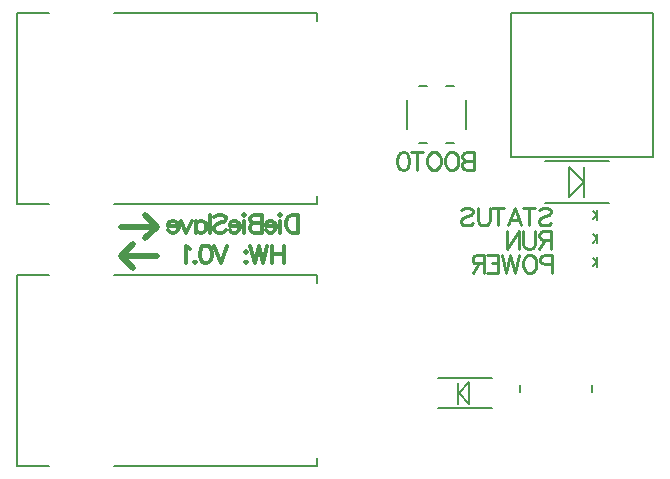
<source format=gbo>
G04 Layer_Color=32896*
%FSLAX44Y44*%
%MOMM*%
G71*
G01*
G75*
%ADD47C,0.3000*%
%ADD49C,0.2000*%
%ADD50C,0.2500*%
%ADD55C,0.5000*%
D47*
X208000Y-6003D02*
Y-21000D01*
X198002Y-6003D02*
Y-21000D01*
X208000Y-13145D02*
X198002D01*
X193860Y-6003D02*
X190289Y-21000D01*
X186719Y-6003D02*
X190289Y-21000D01*
X186719Y-6003D02*
X183148Y-21000D01*
X179578Y-6003D02*
X183148Y-21000D01*
X175864Y-11002D02*
X176578Y-11716D01*
X175864Y-12430D01*
X175150Y-11716D01*
X175864Y-11002D01*
Y-19572D02*
X176578Y-20286D01*
X175864Y-21000D01*
X175150Y-20286D01*
X175864Y-19572D01*
X160082Y-6003D02*
X154369Y-21000D01*
X148656Y-6003D02*
X154369Y-21000D01*
X142443Y-6003D02*
X144585Y-6717D01*
X146013Y-8860D01*
X146727Y-12430D01*
Y-14573D01*
X146013Y-18144D01*
X144585Y-20286D01*
X142443Y-21000D01*
X141014D01*
X138872Y-20286D01*
X137444Y-18144D01*
X136730Y-14573D01*
Y-12430D01*
X137444Y-8860D01*
X138872Y-6717D01*
X141014Y-6003D01*
X142443D01*
X132659Y-19572D02*
X133373Y-20286D01*
X132659Y-21000D01*
X131945Y-20286D01*
X132659Y-19572D01*
X128660Y-8860D02*
X127232Y-8146D01*
X125089Y-6003D01*
Y-21000D01*
X220000Y19997D02*
Y5000D01*
Y19997D02*
X215001D01*
X212859Y19283D01*
X211430Y17854D01*
X210716Y16426D01*
X210002Y14284D01*
Y10713D01*
X210716Y8571D01*
X211430Y7142D01*
X212859Y5714D01*
X215001Y5000D01*
X220000D01*
X205217Y19997D02*
X204503Y19283D01*
X203789Y19997D01*
X204503Y20711D01*
X205217Y19997D01*
X204503Y14998D02*
Y5000D01*
X201147Y10713D02*
X192577D01*
Y12141D01*
X193291Y13570D01*
X194006Y14284D01*
X195434Y14998D01*
X197576D01*
X199004Y14284D01*
X200433Y12855D01*
X201147Y10713D01*
Y9285D01*
X200433Y7142D01*
X199004Y5714D01*
X197576Y5000D01*
X195434D01*
X194006Y5714D01*
X192577Y7142D01*
X189364Y19997D02*
Y5000D01*
Y19997D02*
X182936D01*
X180794Y19283D01*
X180080Y18569D01*
X179366Y17140D01*
Y15712D01*
X180080Y14284D01*
X180794Y13570D01*
X182936Y12855D01*
X189364D02*
X182936D01*
X180794Y12141D01*
X180080Y11427D01*
X179366Y9999D01*
Y7857D01*
X180080Y6428D01*
X180794Y5714D01*
X182936Y5000D01*
X189364D01*
X174581Y19997D02*
X173867Y19283D01*
X173153Y19997D01*
X173867Y20711D01*
X174581Y19997D01*
X173867Y14998D02*
Y5000D01*
X170511Y10713D02*
X161941D01*
Y12141D01*
X162655Y13570D01*
X163369Y14284D01*
X164797Y14998D01*
X166940D01*
X168368Y14284D01*
X169797Y12855D01*
X170511Y10713D01*
Y9285D01*
X169797Y7142D01*
X168368Y5714D01*
X166940Y5000D01*
X164797D01*
X163369Y5714D01*
X161941Y7142D01*
X148730Y17854D02*
X150158Y19283D01*
X152300Y19997D01*
X155157D01*
X157299Y19283D01*
X158727Y17854D01*
Y16426D01*
X158013Y14998D01*
X157299Y14284D01*
X155871Y13570D01*
X151586Y12141D01*
X150158Y11427D01*
X149444Y10713D01*
X148730Y9285D01*
Y7142D01*
X150158Y5714D01*
X152300Y5000D01*
X155157D01*
X157299Y5714D01*
X158727Y7142D01*
X145373Y19997D02*
Y5000D01*
X133661Y14998D02*
Y5000D01*
Y12855D02*
X135090Y14284D01*
X136518Y14998D01*
X138660D01*
X140089Y14284D01*
X141517Y12855D01*
X142231Y10713D01*
Y9285D01*
X141517Y7142D01*
X140089Y5714D01*
X138660Y5000D01*
X136518D01*
X135090Y5714D01*
X133661Y7142D01*
X129662Y14998D02*
X125377Y5000D01*
X121093Y14998D02*
X125377Y5000D01*
X118665Y10713D02*
X110095D01*
Y12141D01*
X110809Y13570D01*
X111523Y14284D01*
X112951Y14998D01*
X115094D01*
X116522Y14284D01*
X117950Y12855D01*
X118665Y10713D01*
Y9285D01*
X117950Y7142D01*
X116522Y5714D01*
X115094Y5000D01*
X112951D01*
X111523Y5714D01*
X110095Y7142D01*
D49*
X407500Y-130000D02*
Y-124000D01*
X468500Y-130000D02*
Y-124000D01*
X322000Y129000D02*
X329000D01*
X322000Y81000D02*
X329000D01*
X345000Y129000D02*
X352000D01*
X345000Y81000D02*
X352000D01*
X362000Y93000D02*
Y117000D01*
X312000Y93000D02*
Y117000D01*
X-18000Y29000D02*
X9000D01*
X-18000D02*
Y191000D01*
X9000D01*
X236000Y29000D02*
Y36000D01*
X64000Y29000D02*
X236000D01*
X64000Y191000D02*
X236000D01*
Y184000D02*
Y191000D01*
X400000Y68600D02*
X520000D01*
X400000D02*
Y190600D01*
X520000D01*
Y68600D02*
Y190600D01*
X-18000Y-193000D02*
X9000D01*
X-18000D02*
Y-31000D01*
X9000D01*
X236000Y-193000D02*
Y-186000D01*
X64000Y-193000D02*
X236000D01*
X64000Y-31000D02*
X236000D01*
Y-38000D02*
Y-31000D01*
X355500Y-140000D02*
Y-122000D01*
X338000Y-118500D02*
X384000D01*
X338000Y-143500D02*
X384000D01*
X355800Y-131000D02*
X365000Y-121800D01*
Y-140000D02*
Y-122000D01*
X364900Y-140100D02*
X365000Y-140000D01*
X355800Y-131000D02*
X364900Y-140100D01*
X469500Y23500D02*
X473000Y20000D01*
X469500Y16500D02*
X473000Y20000D01*
Y16000D02*
Y24000D01*
X429000Y30000D02*
X483000D01*
X429000Y66000D02*
X483000D01*
X449200Y35500D02*
Y60500D01*
X461700Y48000D01*
X449200Y35500D02*
X461700Y48000D01*
Y35500D02*
Y60500D01*
X469500Y-16500D02*
X473000Y-20000D01*
X469500Y-23500D02*
X473000Y-20000D01*
Y-24000D02*
Y-16000D01*
X469500Y3500D02*
X473000Y-0D01*
X469500Y-3500D02*
X473000Y-0D01*
Y-4000D02*
Y4000D01*
D50*
X424002Y23854D02*
X425430Y25283D01*
X427573Y25997D01*
X430429D01*
X432572Y25283D01*
X434000Y23854D01*
Y22426D01*
X433286Y20998D01*
X432572Y20284D01*
X431143Y19570D01*
X426859Y18141D01*
X425430Y17427D01*
X424716Y16713D01*
X424002Y15285D01*
Y13142D01*
X425430Y11714D01*
X427573Y11000D01*
X430429D01*
X432572Y11714D01*
X434000Y13142D01*
X415647Y25997D02*
Y11000D01*
X420646Y25997D02*
X410648D01*
X397436Y11000D02*
X403149Y25997D01*
X408862Y11000D01*
X406720Y15999D02*
X399579D01*
X388938Y25997D02*
Y11000D01*
X393937Y25997D02*
X383939D01*
X382154D02*
Y15285D01*
X381440Y13142D01*
X380012Y11714D01*
X377869Y11000D01*
X376441D01*
X374299Y11714D01*
X372870Y13142D01*
X372156Y15285D01*
Y25997D01*
X358016Y23854D02*
X359445Y25283D01*
X361587Y25997D01*
X364444D01*
X366586Y25283D01*
X368014Y23854D01*
Y22426D01*
X367300Y20998D01*
X366586Y20284D01*
X365158Y19570D01*
X360873Y18141D01*
X359445Y17427D01*
X358730Y16713D01*
X358016Y15285D01*
Y13142D01*
X359445Y11714D01*
X361587Y11000D01*
X364444D01*
X366586Y11714D01*
X368014Y13142D01*
X435000Y-21859D02*
X428573D01*
X426430Y-21144D01*
X425716Y-20430D01*
X425002Y-19002D01*
Y-16860D01*
X425716Y-15431D01*
X426430Y-14717D01*
X428573Y-14003D01*
X435000D01*
Y-29000D01*
X417361Y-14003D02*
X418789Y-14717D01*
X420217Y-16146D01*
X420932Y-17574D01*
X421646Y-19716D01*
Y-23287D01*
X420932Y-25429D01*
X420217Y-26858D01*
X418789Y-28286D01*
X417361Y-29000D01*
X414504D01*
X413076Y-28286D01*
X411648Y-26858D01*
X410934Y-25429D01*
X410220Y-23287D01*
Y-19716D01*
X410934Y-17574D01*
X411648Y-16146D01*
X413076Y-14717D01*
X414504Y-14003D01*
X417361D01*
X406720D02*
X403150Y-29000D01*
X399579Y-14003D02*
X403150Y-29000D01*
X399579Y-14003D02*
X396008Y-29000D01*
X392438Y-14003D02*
X396008Y-29000D01*
X380155Y-14003D02*
X389438D01*
Y-29000D01*
X380155D01*
X389438Y-21144D02*
X383725D01*
X377655Y-14003D02*
Y-29000D01*
Y-14003D02*
X371228D01*
X369086Y-14717D01*
X368371Y-15431D01*
X367657Y-16860D01*
Y-18288D01*
X368371Y-19716D01*
X369086Y-20430D01*
X371228Y-21144D01*
X377655D01*
X372656D02*
X367657Y-29000D01*
X434000Y5997D02*
Y-9000D01*
Y5997D02*
X427573D01*
X425430Y5283D01*
X424716Y4568D01*
X424002Y3140D01*
Y1712D01*
X424716Y284D01*
X425430Y-430D01*
X427573Y-1145D01*
X434000D01*
X429001D02*
X424002Y-9000D01*
X420646Y5997D02*
Y-4715D01*
X419932Y-6858D01*
X418503Y-8286D01*
X416361Y-9000D01*
X414933D01*
X412790Y-8286D01*
X411362Y-6858D01*
X410648Y-4715D01*
Y5997D01*
X406506D02*
Y-9000D01*
Y5997D02*
X396508Y-9000D01*
Y5997D02*
Y-9000D01*
X369000Y72997D02*
Y58000D01*
Y72997D02*
X362573D01*
X360430Y72283D01*
X359716Y71568D01*
X359002Y70140D01*
Y68712D01*
X359716Y67284D01*
X360430Y66570D01*
X362573Y65855D01*
X369000D02*
X362573D01*
X360430Y65141D01*
X359716Y64427D01*
X359002Y62999D01*
Y60856D01*
X359716Y59428D01*
X360430Y58714D01*
X362573Y58000D01*
X369000D01*
X351361Y72997D02*
X352789Y72283D01*
X354217Y70854D01*
X354932Y69426D01*
X355646Y67284D01*
Y63713D01*
X354932Y61571D01*
X354217Y60142D01*
X352789Y58714D01*
X351361Y58000D01*
X348504D01*
X347076Y58714D01*
X345648Y60142D01*
X344934Y61571D01*
X344220Y63713D01*
Y67284D01*
X344934Y69426D01*
X345648Y70854D01*
X347076Y72283D01*
X348504Y72997D01*
X351361D01*
X336436D02*
X337864Y72283D01*
X339292Y70854D01*
X340006Y69426D01*
X340720Y67284D01*
Y63713D01*
X340006Y61571D01*
X339292Y60142D01*
X337864Y58714D01*
X336436Y58000D01*
X333579D01*
X332151Y58714D01*
X330723Y60142D01*
X330008Y61571D01*
X329294Y63713D01*
Y67284D01*
X330008Y69426D01*
X330723Y70854D01*
X332151Y72283D01*
X333579Y72997D01*
X336436D01*
X320796D02*
Y58000D01*
X325795Y72997D02*
X315797D01*
X309727D02*
X311869Y72283D01*
X313298Y70140D01*
X314012Y66570D01*
Y64427D01*
X313298Y60856D01*
X311869Y58714D01*
X309727Y58000D01*
X308299D01*
X306156Y58714D01*
X304728Y60856D01*
X304014Y64427D01*
Y66570D01*
X304728Y70140D01*
X306156Y72283D01*
X308299Y72997D01*
X309727D01*
D55*
X70000Y-15000D02*
X100000D01*
X70000D02*
X80000Y-25000D01*
X70000Y-15000D02*
X80000Y-5000D01*
X90000Y0D02*
X100000Y10000D01*
X90000Y20000D02*
X100000Y10000D01*
X70000D02*
X100000D01*
M02*

</source>
